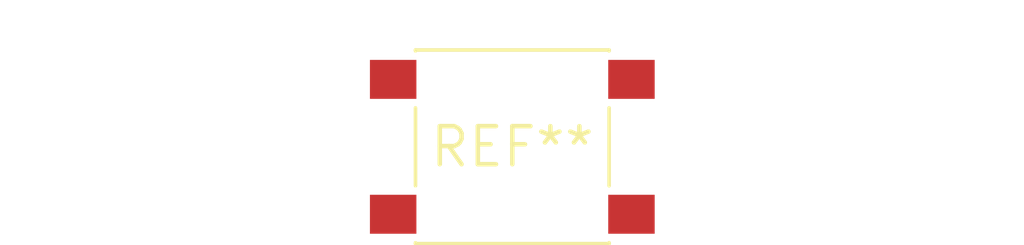
<source format=kicad_pcb>
(kicad_pcb (version 20240108) (generator pcbnew)
  (layers (0 "F.Cu" signal) (31 "B.Cu" signal) (34 "B.Paste" user) (35 "F.Paste" user) (36 "B.SilkS" user "B.Silkscreen") (37 "F.SilkS" user "F.Silkscreen") (38 "B.Mask" user) (39 "F.Mask" user) (44 "Edge.Cuts" user))
  (net 0 "")
  (footprint "SW_Push_1P1T_NO_6x6mm_H9.5mm" (layer "F.Cu") (at 0 0)
    (property "Reference" "REF**")
    (property "Value" "SW_Push_1P1T_NO_6x6mm_H9.5mm")
    (fp_line (start -3.23 -3.23) (end 3.23 -3.23) (layer "F.SilkS") (stroke (width 0.12)))
    (fp_line (start -3.23 -3.2) (end -3.23 -3.23) (layer "F.SilkS") (stroke (width 0.12)))
    (fp_line (start -3.23 -1.3) (end -3.23 1.3) (layer "F.SilkS") (stroke (width 0.12)))
    (fp_line (start -3.23 3.23) (end -3.23 3.2) (layer "F.SilkS") (stroke (width 0.12)))
    (fp_line (start -3.23 3.23) (end 3.23 3.23) (layer "F.SilkS") (stroke (width 0.12)))
    (fp_line (start 3.23 -3.23) (end 3.23 -3.2) (layer "F.SilkS") (stroke (width 0.12)))
    (fp_line (start 3.23 -1.3) (end 3.23 1.3) (layer "F.SilkS") (stroke (width 0.12)))
    (fp_line (start 3.23 3.23) (end 3.23 3.2) (layer "F.SilkS") (stroke (width 0.12)))
    (pad "1" smd rect (at -3.975 -2.25) (size 1.55 1.3) (layers "F.Cu" "F.Paste" "F.Mask"))
    (pad "1" smd rect (at 3.975 -2.25) (size 1.55 1.3) (layers "F.Cu" "F.Paste" "F.Mask"))
    (pad "2" smd rect (at -3.975 2.25) (size 1.55 1.3) (layers "F.Cu" "F.Paste" "F.Mask"))
    (pad "2" smd rect (at 3.975 2.25) (size 1.55 1.3) (layers "F.Cu" "F.Paste" "F.Mask"))
  )
)
</source>
